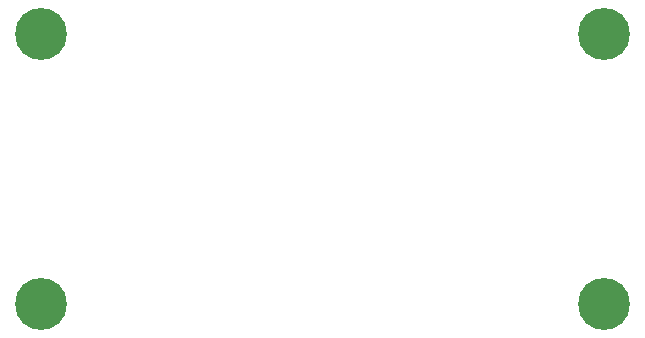
<source format=gbs>
%TF.GenerationSoftware,KiCad,Pcbnew,7.0.7*%
%TF.CreationDate,2023-10-15T17:36:15+02:00*%
%TF.ProjectId,io_expander,696f5f65-7870-4616-9e64-65722e6b6963,1.1*%
%TF.SameCoordinates,PX3c8eee0PY3c8eee0*%
%TF.FileFunction,Soldermask,Bot*%
%TF.FilePolarity,Negative*%
%FSLAX46Y46*%
G04 Gerber Fmt 4.6, Leading zero omitted, Abs format (unit mm)*
G04 Created by KiCad (PCBNEW 7.0.7) date 2023-10-15 17:36:15*
%MOMM*%
%LPD*%
G01*
G04 APERTURE LIST*
%ADD10C,0.700000*%
%ADD11C,4.400000*%
G04 APERTURE END LIST*
D10*
%TO.C,REF\u002A\u002A*%
X1537700Y-26035000D03*
X2020974Y-24868274D03*
X2020974Y-27201726D03*
X3187700Y-24385000D03*
D11*
X3187700Y-26035000D03*
D10*
X3187700Y-27685000D03*
X4354426Y-24868274D03*
X4354426Y-27201726D03*
X4837700Y-26035000D03*
%TD*%
%TO.C,REF\u002A\u002A*%
X49162700Y-26035000D03*
X49645974Y-24868274D03*
X49645974Y-27201726D03*
X50812700Y-24385000D03*
D11*
X50812700Y-26035000D03*
D10*
X50812700Y-27685000D03*
X51979426Y-24868274D03*
X51979426Y-27201726D03*
X52462700Y-26035000D03*
%TD*%
%TO.C,REF\u002A\u002A*%
X1537700Y-3175000D03*
X2020974Y-2008274D03*
X2020974Y-4341726D03*
X3187700Y-1525000D03*
D11*
X3187700Y-3175000D03*
D10*
X3187700Y-4825000D03*
X4354426Y-2008274D03*
X4354426Y-4341726D03*
X4837700Y-3175000D03*
%TD*%
%TO.C,REF\u002A\u002A*%
X49162700Y-3175000D03*
X49645974Y-2008274D03*
X49645974Y-4341726D03*
X50812700Y-1525000D03*
D11*
X50812700Y-3175000D03*
D10*
X50812700Y-4825000D03*
X51979426Y-2008274D03*
X51979426Y-4341726D03*
X52462700Y-3175000D03*
%TD*%
M02*

</source>
